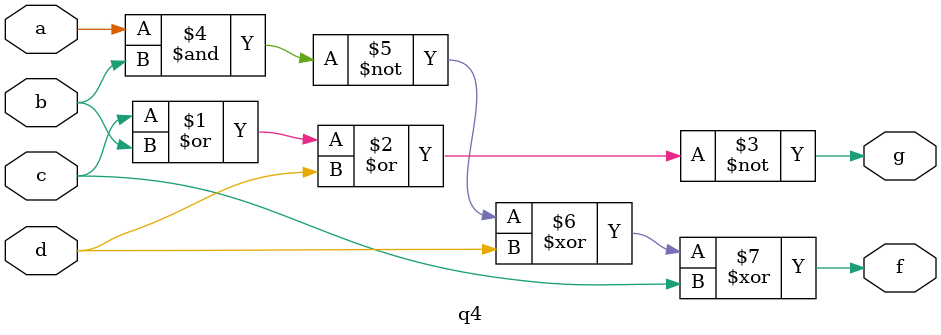
<source format=v>
module q4(a, b, c,d,g,f);
input a, b,c,d;
output g,f;
assign g=~(c|b|d);
assign f=(~(a&b))^d^c;

endmodule

</source>
